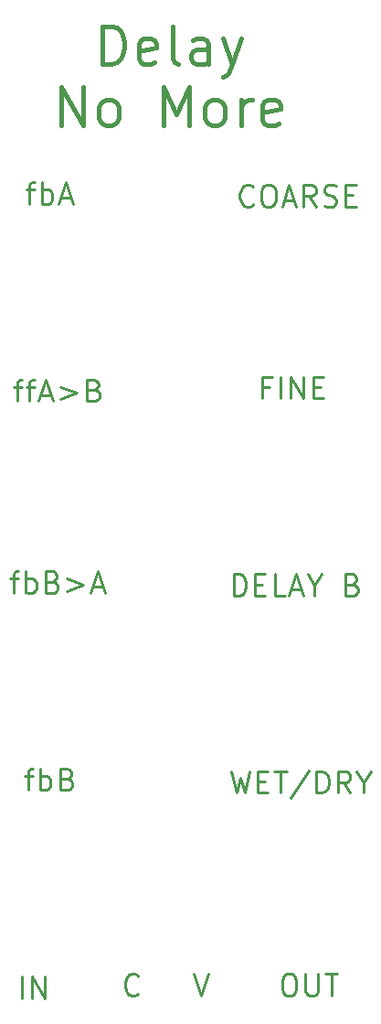
<source format=gbr>
G04 #@! TF.GenerationSoftware,KiCad,Pcbnew,(5.1.5-0)*
G04 #@! TF.CreationDate,2021-01-12T21:58:13-08:00*
G04 #@! TF.ProjectId,delaynomore,64656c61-796e-46f6-9d6f-72652e6b6963,rev?*
G04 #@! TF.SameCoordinates,Original*
G04 #@! TF.FileFunction,Legend,Top*
G04 #@! TF.FilePolarity,Positive*
%FSLAX46Y46*%
G04 Gerber Fmt 4.6, Leading zero omitted, Abs format (unit mm)*
G04 Created by KiCad (PCBNEW (5.1.5-0)) date 2021-01-12 21:58:13*
%MOMM*%
%LPD*%
G04 APERTURE LIST*
%ADD10C,0.250000*%
%ADD11C,0.400000*%
G04 APERTURE END LIST*
D10*
X31250000Y-89154761D02*
X31630952Y-89154761D01*
X31821428Y-89250000D01*
X32011904Y-89440476D01*
X32107142Y-89821428D01*
X32107142Y-90488095D01*
X32011904Y-90869047D01*
X31821428Y-91059523D01*
X31630952Y-91154761D01*
X31250000Y-91154761D01*
X31059523Y-91059523D01*
X30869047Y-90869047D01*
X30773809Y-90488095D01*
X30773809Y-89821428D01*
X30869047Y-89440476D01*
X31059523Y-89250000D01*
X31250000Y-89154761D01*
X32964285Y-89154761D02*
X32964285Y-90773809D01*
X33059523Y-90964285D01*
X33154761Y-91059523D01*
X33345238Y-91154761D01*
X33726190Y-91154761D01*
X33916666Y-91059523D01*
X34011904Y-90964285D01*
X34107142Y-90773809D01*
X34107142Y-89154761D01*
X34773809Y-89154761D02*
X35916666Y-89154761D01*
X35345238Y-91154761D02*
X35345238Y-89154761D01*
X6702380Y-91404761D02*
X6702380Y-89404761D01*
X7654761Y-91404761D02*
X7654761Y-89404761D01*
X8797619Y-91404761D01*
X8797619Y-89404761D01*
X17476190Y-90964285D02*
X17380952Y-91059523D01*
X17095238Y-91154761D01*
X16904761Y-91154761D01*
X16619047Y-91059523D01*
X16428571Y-90869047D01*
X16333333Y-90678571D01*
X16238095Y-90297619D01*
X16238095Y-90011904D01*
X16333333Y-89630952D01*
X16428571Y-89440476D01*
X16619047Y-89250000D01*
X16904761Y-89154761D01*
X17095238Y-89154761D01*
X17380952Y-89250000D01*
X17476190Y-89345238D01*
X22619047Y-89154761D02*
X23285714Y-91154761D01*
X23952380Y-89154761D01*
X26071428Y-70404761D02*
X26547619Y-72404761D01*
X26928571Y-70976190D01*
X27309523Y-72404761D01*
X27785714Y-70404761D01*
X28547619Y-71357142D02*
X29214285Y-71357142D01*
X29500000Y-72404761D02*
X28547619Y-72404761D01*
X28547619Y-70404761D01*
X29500000Y-70404761D01*
X30071428Y-70404761D02*
X31214285Y-70404761D01*
X30642857Y-72404761D02*
X30642857Y-70404761D01*
X33309523Y-70309523D02*
X31595238Y-72880952D01*
X33976190Y-72404761D02*
X33976190Y-70404761D01*
X34452380Y-70404761D01*
X34738095Y-70500000D01*
X34928571Y-70690476D01*
X35023809Y-70880952D01*
X35119047Y-71261904D01*
X35119047Y-71547619D01*
X35023809Y-71928571D01*
X34928571Y-72119047D01*
X34738095Y-72309523D01*
X34452380Y-72404761D01*
X33976190Y-72404761D01*
X37119047Y-72404761D02*
X36452380Y-71452380D01*
X35976190Y-72404761D02*
X35976190Y-70404761D01*
X36738095Y-70404761D01*
X36928571Y-70500000D01*
X37023809Y-70595238D01*
X37119047Y-70785714D01*
X37119047Y-71071428D01*
X37023809Y-71261904D01*
X36928571Y-71357142D01*
X36738095Y-71452380D01*
X35976190Y-71452380D01*
X38357142Y-71452380D02*
X38357142Y-72404761D01*
X37690476Y-70404761D02*
X38357142Y-71452380D01*
X39023809Y-70404761D01*
X6964285Y-70821428D02*
X7726190Y-70821428D01*
X7250000Y-72154761D02*
X7250000Y-70440476D01*
X7345238Y-70250000D01*
X7535714Y-70154761D01*
X7726190Y-70154761D01*
X8392857Y-72154761D02*
X8392857Y-70154761D01*
X8392857Y-70916666D02*
X8583333Y-70821428D01*
X8964285Y-70821428D01*
X9154761Y-70916666D01*
X9250000Y-71011904D01*
X9345238Y-71202380D01*
X9345238Y-71773809D01*
X9250000Y-71964285D01*
X9154761Y-72059523D01*
X8964285Y-72154761D01*
X8583333Y-72154761D01*
X8392857Y-72059523D01*
X10869047Y-71107142D02*
X11154761Y-71202380D01*
X11250000Y-71297619D01*
X11345238Y-71488095D01*
X11345238Y-71773809D01*
X11250000Y-71964285D01*
X11154761Y-72059523D01*
X10964285Y-72154761D01*
X10202380Y-72154761D01*
X10202380Y-70154761D01*
X10869047Y-70154761D01*
X11059523Y-70250000D01*
X11154761Y-70345238D01*
X11250000Y-70535714D01*
X11250000Y-70726190D01*
X11154761Y-70916666D01*
X11059523Y-71011904D01*
X10869047Y-71107142D01*
X10202380Y-71107142D01*
X26285714Y-54154761D02*
X26285714Y-52154761D01*
X26761904Y-52154761D01*
X27047619Y-52250000D01*
X27238095Y-52440476D01*
X27333333Y-52630952D01*
X27428571Y-53011904D01*
X27428571Y-53297619D01*
X27333333Y-53678571D01*
X27238095Y-53869047D01*
X27047619Y-54059523D01*
X26761904Y-54154761D01*
X26285714Y-54154761D01*
X28285714Y-53107142D02*
X28952380Y-53107142D01*
X29238095Y-54154761D02*
X28285714Y-54154761D01*
X28285714Y-52154761D01*
X29238095Y-52154761D01*
X31047619Y-54154761D02*
X30095238Y-54154761D01*
X30095238Y-52154761D01*
X31619047Y-53583333D02*
X32571428Y-53583333D01*
X31428571Y-54154761D02*
X32095238Y-52154761D01*
X32761904Y-54154761D01*
X33809523Y-53202380D02*
X33809523Y-54154761D01*
X33142857Y-52154761D02*
X33809523Y-53202380D01*
X34476190Y-52154761D01*
X37333333Y-53107142D02*
X37619047Y-53202380D01*
X37714285Y-53297619D01*
X37809523Y-53488095D01*
X37809523Y-53773809D01*
X37714285Y-53964285D01*
X37619047Y-54059523D01*
X37428571Y-54154761D01*
X36666666Y-54154761D01*
X36666666Y-52154761D01*
X37333333Y-52154761D01*
X37523809Y-52250000D01*
X37619047Y-52345238D01*
X37714285Y-52535714D01*
X37714285Y-52726190D01*
X37619047Y-52916666D01*
X37523809Y-53011904D01*
X37333333Y-53107142D01*
X36666666Y-53107142D01*
X5619047Y-52571428D02*
X6380952Y-52571428D01*
X5904761Y-53904761D02*
X5904761Y-52190476D01*
X6000000Y-52000000D01*
X6190476Y-51904761D01*
X6380952Y-51904761D01*
X7047619Y-53904761D02*
X7047619Y-51904761D01*
X7047619Y-52666666D02*
X7238095Y-52571428D01*
X7619047Y-52571428D01*
X7809523Y-52666666D01*
X7904761Y-52761904D01*
X8000000Y-52952380D01*
X8000000Y-53523809D01*
X7904761Y-53714285D01*
X7809523Y-53809523D01*
X7619047Y-53904761D01*
X7238095Y-53904761D01*
X7047619Y-53809523D01*
X9523809Y-52857142D02*
X9809523Y-52952380D01*
X9904761Y-53047619D01*
X10000000Y-53238095D01*
X10000000Y-53523809D01*
X9904761Y-53714285D01*
X9809523Y-53809523D01*
X9619047Y-53904761D01*
X8857142Y-53904761D01*
X8857142Y-51904761D01*
X9523809Y-51904761D01*
X9714285Y-52000000D01*
X9809523Y-52095238D01*
X9904761Y-52285714D01*
X9904761Y-52476190D01*
X9809523Y-52666666D01*
X9714285Y-52761904D01*
X9523809Y-52857142D01*
X8857142Y-52857142D01*
X10857142Y-52571428D02*
X12380952Y-53142857D01*
X10857142Y-53714285D01*
X13238095Y-53333333D02*
X14190476Y-53333333D01*
X13047619Y-53904761D02*
X13714285Y-51904761D01*
X14380952Y-53904761D01*
X5952380Y-34821428D02*
X6714285Y-34821428D01*
X6238095Y-36154761D02*
X6238095Y-34440476D01*
X6333333Y-34250000D01*
X6523809Y-34154761D01*
X6714285Y-34154761D01*
X7095238Y-34821428D02*
X7857142Y-34821428D01*
X7380952Y-36154761D02*
X7380952Y-34440476D01*
X7476190Y-34250000D01*
X7666666Y-34154761D01*
X7857142Y-34154761D01*
X8428571Y-35583333D02*
X9380952Y-35583333D01*
X8238095Y-36154761D02*
X8904761Y-34154761D01*
X9571428Y-36154761D01*
X10238095Y-34821428D02*
X11761904Y-35392857D01*
X10238095Y-35964285D01*
X13380952Y-35107142D02*
X13666666Y-35202380D01*
X13761904Y-35297619D01*
X13857142Y-35488095D01*
X13857142Y-35773809D01*
X13761904Y-35964285D01*
X13666666Y-36059523D01*
X13476190Y-36154761D01*
X12714285Y-36154761D01*
X12714285Y-34154761D01*
X13380952Y-34154761D01*
X13571428Y-34250000D01*
X13666666Y-34345238D01*
X13761904Y-34535714D01*
X13761904Y-34726190D01*
X13666666Y-34916666D01*
X13571428Y-35011904D01*
X13380952Y-35107142D01*
X12714285Y-35107142D01*
X29607142Y-34857142D02*
X28940476Y-34857142D01*
X28940476Y-35904761D02*
X28940476Y-33904761D01*
X29892857Y-33904761D01*
X30654761Y-35904761D02*
X30654761Y-33904761D01*
X31607142Y-35904761D02*
X31607142Y-33904761D01*
X32750000Y-35904761D01*
X32750000Y-33904761D01*
X33702380Y-34857142D02*
X34369047Y-34857142D01*
X34654761Y-35904761D02*
X33702380Y-35904761D01*
X33702380Y-33904761D01*
X34654761Y-33904761D01*
X28107142Y-17964285D02*
X28011904Y-18059523D01*
X27726190Y-18154761D01*
X27535714Y-18154761D01*
X27250000Y-18059523D01*
X27059523Y-17869047D01*
X26964285Y-17678571D01*
X26869047Y-17297619D01*
X26869047Y-17011904D01*
X26964285Y-16630952D01*
X27059523Y-16440476D01*
X27250000Y-16250000D01*
X27535714Y-16154761D01*
X27726190Y-16154761D01*
X28011904Y-16250000D01*
X28107142Y-16345238D01*
X29345238Y-16154761D02*
X29726190Y-16154761D01*
X29916666Y-16250000D01*
X30107142Y-16440476D01*
X30202380Y-16821428D01*
X30202380Y-17488095D01*
X30107142Y-17869047D01*
X29916666Y-18059523D01*
X29726190Y-18154761D01*
X29345238Y-18154761D01*
X29154761Y-18059523D01*
X28964285Y-17869047D01*
X28869047Y-17488095D01*
X28869047Y-16821428D01*
X28964285Y-16440476D01*
X29154761Y-16250000D01*
X29345238Y-16154761D01*
X30964285Y-17583333D02*
X31916666Y-17583333D01*
X30773809Y-18154761D02*
X31440476Y-16154761D01*
X32107142Y-18154761D01*
X33916666Y-18154761D02*
X33250000Y-17202380D01*
X32773809Y-18154761D02*
X32773809Y-16154761D01*
X33535714Y-16154761D01*
X33726190Y-16250000D01*
X33821428Y-16345238D01*
X33916666Y-16535714D01*
X33916666Y-16821428D01*
X33821428Y-17011904D01*
X33726190Y-17107142D01*
X33535714Y-17202380D01*
X32773809Y-17202380D01*
X34678571Y-18059523D02*
X34964285Y-18154761D01*
X35440476Y-18154761D01*
X35630952Y-18059523D01*
X35726190Y-17964285D01*
X35821428Y-17773809D01*
X35821428Y-17583333D01*
X35726190Y-17392857D01*
X35630952Y-17297619D01*
X35440476Y-17202380D01*
X35059523Y-17107142D01*
X34869047Y-17011904D01*
X34773809Y-16916666D01*
X34678571Y-16726190D01*
X34678571Y-16535714D01*
X34773809Y-16345238D01*
X34869047Y-16250000D01*
X35059523Y-16154761D01*
X35535714Y-16154761D01*
X35821428Y-16250000D01*
X36678571Y-17107142D02*
X37345238Y-17107142D01*
X37630952Y-18154761D02*
X36678571Y-18154761D01*
X36678571Y-16154761D01*
X37630952Y-16154761D01*
D11*
X14150000Y-4958333D02*
X14150000Y-1458333D01*
X14983333Y-1458333D01*
X15483333Y-1625000D01*
X15816666Y-1958333D01*
X15983333Y-2291666D01*
X16150000Y-2958333D01*
X16150000Y-3458333D01*
X15983333Y-4125000D01*
X15816666Y-4458333D01*
X15483333Y-4791666D01*
X14983333Y-4958333D01*
X14150000Y-4958333D01*
X18983333Y-4791666D02*
X18650000Y-4958333D01*
X17983333Y-4958333D01*
X17650000Y-4791666D01*
X17483333Y-4458333D01*
X17483333Y-3125000D01*
X17650000Y-2791666D01*
X17983333Y-2625000D01*
X18650000Y-2625000D01*
X18983333Y-2791666D01*
X19150000Y-3125000D01*
X19150000Y-3458333D01*
X17483333Y-3791666D01*
X21150000Y-4958333D02*
X20816666Y-4791666D01*
X20650000Y-4458333D01*
X20650000Y-1458333D01*
X23983333Y-4958333D02*
X23983333Y-3125000D01*
X23816666Y-2791666D01*
X23483333Y-2625000D01*
X22816666Y-2625000D01*
X22483333Y-2791666D01*
X23983333Y-4791666D02*
X23650000Y-4958333D01*
X22816666Y-4958333D01*
X22483333Y-4791666D01*
X22316666Y-4458333D01*
X22316666Y-4125000D01*
X22483333Y-3791666D01*
X22816666Y-3625000D01*
X23650000Y-3625000D01*
X23983333Y-3458333D01*
X25316666Y-2625000D02*
X26150000Y-4958333D01*
X26983333Y-2625000D02*
X26150000Y-4958333D01*
X25816666Y-5791666D01*
X25650000Y-5958333D01*
X25316666Y-6125000D01*
X10316666Y-10608333D02*
X10316666Y-7108333D01*
X12316666Y-10608333D01*
X12316666Y-7108333D01*
X14483333Y-10608333D02*
X14150000Y-10441666D01*
X13983333Y-10275000D01*
X13816666Y-9941666D01*
X13816666Y-8941666D01*
X13983333Y-8608333D01*
X14150000Y-8441666D01*
X14483333Y-8275000D01*
X14983333Y-8275000D01*
X15316666Y-8441666D01*
X15483333Y-8608333D01*
X15650000Y-8941666D01*
X15650000Y-9941666D01*
X15483333Y-10275000D01*
X15316666Y-10441666D01*
X14983333Y-10608333D01*
X14483333Y-10608333D01*
X19816666Y-10608333D02*
X19816666Y-7108333D01*
X20983333Y-9608333D01*
X22150000Y-7108333D01*
X22150000Y-10608333D01*
X24316666Y-10608333D02*
X23983333Y-10441666D01*
X23816666Y-10275000D01*
X23650000Y-9941666D01*
X23650000Y-8941666D01*
X23816666Y-8608333D01*
X23983333Y-8441666D01*
X24316666Y-8275000D01*
X24816666Y-8275000D01*
X25150000Y-8441666D01*
X25316666Y-8608333D01*
X25483333Y-8941666D01*
X25483333Y-9941666D01*
X25316666Y-10275000D01*
X25150000Y-10441666D01*
X24816666Y-10608333D01*
X24316666Y-10608333D01*
X26983333Y-10608333D02*
X26983333Y-8275000D01*
X26983333Y-8941666D02*
X27150000Y-8608333D01*
X27316666Y-8441666D01*
X27650000Y-8275000D01*
X27983333Y-8275000D01*
X30483333Y-10441666D02*
X30150000Y-10608333D01*
X29483333Y-10608333D01*
X29150000Y-10441666D01*
X28983333Y-10108333D01*
X28983333Y-8775000D01*
X29150000Y-8441666D01*
X29483333Y-8275000D01*
X30150000Y-8275000D01*
X30483333Y-8441666D01*
X30650000Y-8775000D01*
X30650000Y-9108333D01*
X28983333Y-9441666D01*
D10*
X7107142Y-16571428D02*
X7869047Y-16571428D01*
X7392857Y-17904761D02*
X7392857Y-16190476D01*
X7488095Y-16000000D01*
X7678571Y-15904761D01*
X7869047Y-15904761D01*
X8535714Y-17904761D02*
X8535714Y-15904761D01*
X8535714Y-16666666D02*
X8726190Y-16571428D01*
X9107142Y-16571428D01*
X9297619Y-16666666D01*
X9392857Y-16761904D01*
X9488095Y-16952380D01*
X9488095Y-17523809D01*
X9392857Y-17714285D01*
X9297619Y-17809523D01*
X9107142Y-17904761D01*
X8726190Y-17904761D01*
X8535714Y-17809523D01*
X10250000Y-17333333D02*
X11202380Y-17333333D01*
X10059523Y-17904761D02*
X10726190Y-15904761D01*
X11392857Y-17904761D01*
M02*

</source>
